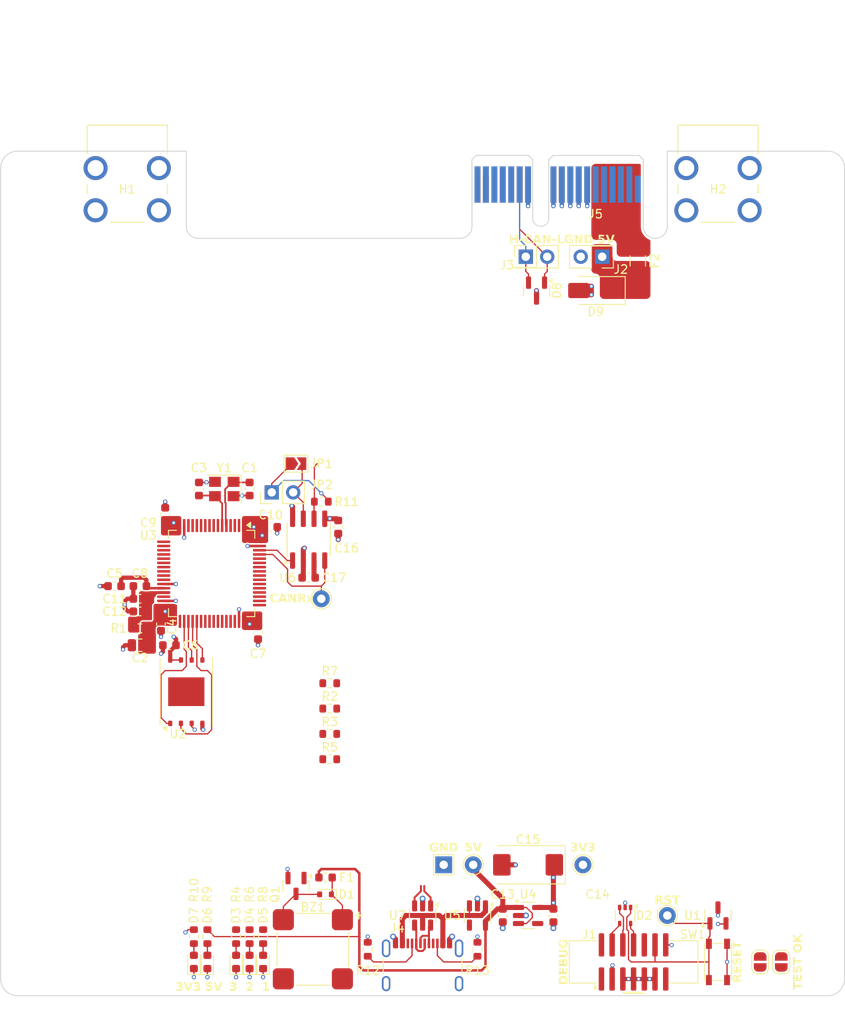
<source format=kicad_pcb>
(kicad_pcb (version 20241229) (generator "pcbnew") (generator_version "9.0")
  (title_block (title "template_pretty_name"))
  (layers (0 "F.Cu" signal) (4 "In1.Cu" signal) (6 "In2.Cu" signal) (2 "B.Cu" signal) (13 "F.Paste" user) (15 "B.Paste" user) (5 "F.SilkS" user "F.Silkscreen") (7 "B.SilkS" user "B.Silkscreen") (1 "F.Mask" user) (3 "B.Mask" user) (25 "Edge.Cuts" user))
  (net 0 "")
  (net 1 "GND")
  (net 2 "/Backplane connector, mounting/CANL")
  (net 3 "/Backplane connector, mounting/CANH")
  (net 4 "/Backplane connector, mounting/5V_prefuse")
  (net 5 "Net-(BZ1-+)")
  (net 6 "Net-(BZ1--)")
  (net 7 "/Microcontroller/OSC_IN")
  (net 8 "+3.3V")
  (net 9 "/Microcontroller/OSC_OUT")
  (net 10 "/Microcontroller/VREF")
  (net 11 "+3.3VA")
  (net 12 "+5V")
  (net 13 "/Microcontroller/~{Reset}")
  (net 14 "/Microcontroller/SWO")
  (net 15 "/Microcontroller/SWCLK")
  (net 16 "/Microcontroller/SWDIO")
  (net 17 "Net-(D3-A)")
  (net 18 "Net-(D4-A)")
  (net 19 "Net-(D5-A)")
  (net 20 "Net-(D6-A)")
  (net 21 "Net-(D7-A)")
  (net 25 "VBUS")
  (net 26 "/USB Connector/xUSB+")
  (net 27 "/USB Connector/xUSB-")
  (net 28 "/Backplane connector, mounting/CATS_IO1")
  (net 29 "/Backplane connector, mounting/CATS_IO2")
  (net 32 "/Microcontroller/Buzzer_PWM")
  (net 33 "/Microcontroller/I2C2.SDA")
  (net 34 "/Microcontroller/I2C2.SCL")
  (net 35 "/Microcontroller/I2C3.SDA")
  (net 36 "/Microcontroller/I2C3.SCL")
  (net 37 "/Microcontroller/LED3")
  (net 38 "/Microcontroller/LED2")
  (net 39 "/Microcontroller/LED1")
  (net 40 "/Microcontroller/USB+")
  (net 41 "/Microcontroller/UART3.Rx")
  (net 42 "/Microcontroller/UART1.Rx")
  (net 43 "/CAN Transceiver/CAN.Tx")
  (net 44 "/Microcontroller/UART1.Tx")
  (net 45 "/CAN Transceiver/CAN.Rx")
  (net 46 "/Microcontroller/SPI2.MISO")
  (net 47 "/Microcontroller/SPI2.SCK")
  (net 48 "/Microcontroller/SPI2.MOSI")
  (net 49 "/Microcontroller/USB-")
  (net 50 "/Microcontroller/UART3.Tx")
  (net 53 "/Microcontroller/SPI2.CS")
  (net 55 "Net-(J4-CC1)")
  (net 57 "Net-(J4-CC2)")
  (net 66 "/Backplane connector, mounting/Arming")
  (net 103 "Net-(JP1-A)")
  (footprint "Connector_PCBEdge:BUS_PCIexpress_x1" (layer "F.Cu") (at 175.5 53.95 180)
    (property "Reference" "J5")
    (property "Value" "EdgeConn_FC")
    (fp_line (start 19.65 2.95) (end 19.15 3.45) (stroke (width 0.1)) (layer "Edge.Cuts"))
    (fp_line (start 19.65 -4.95) (end 19.65 2.95) (stroke (width 0.1)) (layer "Edge.Cuts"))
    (fp_line (start 12.95 3.45) (end 19.15 3.45) (stroke (width 0.1)) (layer "Edge.Cuts"))
    (fp_line (start 12.45 2.95) (end 12.95 3.45) (stroke (width 0.1)) (layer "Edge.Cuts"))
    (fp_line (start 12.45 -4) (end 12.45 2.95) (stroke (width 0.1)) (layer "Edge.Cuts"))
    (fp_line (start 10.55 2.95) (end 10.05 3.45) (stroke (width 0.1)) (layer "Edge.Cuts"))
    (fp_line (start 10.55 -4) (end 10.55 2.95) (stroke (width 0.1)) (layer "Edge.Cuts"))
    (fp_line (start -0.15 3.45) (end 10.05 3.45) (stroke (width 0.1)) (layer "Edge.Cuts"))
    (fp_line (start -0.65 2.95) (end -0.15 3.45) (stroke (width 0.1)) (layer "Edge.Cuts"))
    (fp_line (start -0.65 -4.95) (end -0.65 2.95) (stroke (width 0.1)) (layer "Edge.Cuts"))
    (fp_arc (start 10.55 -4) (mid 11.5 -4.95) (end 12.45 -4) (stroke (width 0.1)) (layer "Edge.Cuts"))
  )
  (footprint "Resistor_SMD:R_0603_1608Metric" (layer "F.Cu") (at 139 113)
    (property "Reference" "R7")
    (property "Value" "2k2")
  )
  (footprint "Connector_PinHeader_2.54mm:PinHeader_2x01_P2.54mm_Vertical" (layer "F.Cu") (at 162.225 62.5)
    (property "Reference" "J3")
    (property "Value" "CAN")
  )
  (footprint "Crystal:Crystal_SMD_3225-4Pin_3.2x2.5mm" (layer "F.Cu") (at 126.5 90 180)
    (property "Reference" "Y1")
    (property "Value" "16MHz/8pF")
  )
  (footprint "Resistor_SMD:R_0603_1608Metric" (layer "F.Cu") (at 139 122)
    (property "Reference" "R5")
    (property "Value" "2k2")
  )
  (footprint "Package_TO_SOT_SMD:SOT-23-5" (layer "F.Cu") (at 162.5 140.5)
    (property "Reference" "U4")
    (property "Value" "AP2112K-3.3")
  )
  (footprint "Capacitor_SMD:C_0603_1608Metric" (layer "F.Cu") (at 130.5 107 -90)
    (property "Reference" "C7")
    (property "Value" "100n/50V")
  )
  (footprint "kicad-standard-lib:Mounting_Keystone_7790_NC" (layer "F.Cu") (at 185 54.5 -90)
    (property "Reference" "H2")
    (property "Value" "7790_NC")
  )
  (footprint "Resistor_SMD:R_0603_1608Metric" (layer "F.Cu") (at 116.5 106.5)
    (property "Reference" "R1")
    (property "Value" "0R")
  )
  (footprint "kicad-standard-lib:IDC-Header_2x07_P1.27mm_Vertical_SMD" (layer "F.Cu") (at 175 146 90)
    (property "Reference" "J1")
    (property "Value" "STDC-14 Debug")
  )
  (footprint "Package_TO_SOT_SMD:SOT-353_SC-70-5" (layer "F.Cu") (at 174 140.5 -90)
    (property "Reference" "D2")
    (property "Value" "82402374")
  )
  (footprint "Fuse:Fuse_1206_3216Metric" (layer "F.Cu") (at 175.5 63 90)
    (property "Reference" "F2")
    (property "Value" "1A/6V")
  )
  (footprint "Connector_PinHeader_2.54mm:PinHeader_1x02_P2.54mm_Vertical" (layer "F.Cu") (at 132.125 90.4 90)
    (property "Reference" "JP2")
    (property "Value" "DebugTermination")
  )
  (footprint "Connector_USB:USB_C_Receptacle_GCT_USB4105-xx-A_16P_TopMnt_Horizontal" (layer "F.Cu") (at 150 147.49)
    (property "Reference" "J4")
    (property "Value" "USB-C MCU")
  )
  (footprint "Jumper:SolderJumper-2_P1.3mm_Open_RoundedPad1.0x1.5mm" (layer "F.Cu") (at 192.5 146 90)
    (property "Reference" "JP3" (hide yes))
    (property "Value" "Test ok")
  )
  (footprint "Package_TO_SOT_SMD:SOT-23-6" (layer "F.Cu") (at 150 140.5 -90)
    (property "Reference" "U7")
    (property "Value" "USBLC6-2SC6")
  )
  (footprint "Resistor_SMD:R_0603_1608Metric" (layer "F.Cu") (at 139 116)
    (property "Reference" "R2")
    (property "Value" "2k2")
  )
  (footprint "Jumper:SolderJumper-2_P1.3mm_Open_RoundedPad1.0x1.5mm" (layer "F.Cu") (at 190 146 90)
    (property "Reference" "JP4" (hide yes))
    (property "Value" "TBD")
  )
  (footprint "Capacitor_SMD:C_0603_1608Metric" (layer "F.Cu") (at 136.5 100.5 180)
    (property "Reference" "C17")
    (property "Value" "100n/50V")
  )
  (footprint "Capacitor_SMD:C_0603_1608Metric" (layer "F.Cu") (at 113.5 101.5 180)
    (property "Reference" "C5")
    (property "Value" "1u/16V")
  )
  (footprint "Connector_PinHeader_2.54mm:PinHeader_2x01_P2.54mm_Vertical" (layer "F.Cu") (at 171.275 62.5 180)
    (property "Reference" "J2")
    (property "Value" "5V")
  )
  (footprint "LED_SMD:LED_0603_1608Metric" (layer "F.Cu") (at 131.1 146 90)
    (property "Reference" "D5")
    (property "Value" "Green")
  )
  (footprint "Diode_SMD:D_SOD-523" (layer "F.Cu") (at 138.5 138 180)
    (property "Reference" "D1")
    (property "Value" "10V")
  )
  (footprint "kicad-standard-lib:WSON-8-1EP_8x6mm_P1.27mm_EP3.4x4.3mm" (layer "F.Cu") (at 122 114 90)
    (property "Reference" "U2")
    (property "Value" "W25N512GVEIG")
  )
  (footprint "Diode_SMD:D_SMA" (layer "F.Cu") (at 170.5 66.5 180)
    (property "Reference" "D9")
    (property "Value" "5.0V")
  )
  (footprint "Resistor_SMD:R_0603_1608Metric" (layer "F.Cu") (at 122.9 143 -90)
    (property "Reference" "R10")
    (property "Value" "1k")
  )
  (footprint "Package_TO_SOT_SMD:SOT-23" (layer "F.Cu") (at 185 140.5 90)
    (property "Reference" "U1")
    (property "Value" "ADM1818")
  )
  (footprint "Capacitor_SMD:C_0603_1608Metric" (layer "F.Cu") (at 132 94.5)
    (property "Reference" "C10")
    (property "Value" "100n/50V")
  )
  (footprint "Resistor_SMD:R_0603_1608Metric" (layer "F.Cu") (at 131.1 143 -90)
    (property "Reference" "R8")
    (property "Value" "1k")
  )
  (footprint "Package_SO:SOIC-8_3.9x4.9mm_P1.27mm" (layer "F.Cu") (at 136.5 96 90)
    (property "Reference" "U6")
    (property "Value" "MCP2562-E-SN")
  )
  (footprint "Resistor_SMD:R_0603_1608Metric" (layer "F.Cu") (at 127.9 143 -90)
    (property "Reference" "R4")
    (property "Value" "1k")
  )
  (footprint "TestPoint:TestPoint_THTPad_2.0x2.0mm_Drill1.0mm" (layer "F.Cu") (at 152.5 134.5)
    (property "Reference" "TP5" (hide yes))
    (property "Value" "TestPoint")
  )
  (footprint "Capacitor_SMD:C_0805_2012Metric" (layer "F.Cu") (at 116.5 108.5 180)
    (property "Reference" "C2")
    (property "Value" "10u/10V")
  )
  (footprint "Package_TO_SOT_SMD:SOT-23" (layer "F.Cu") (at 135 137 -90)
    (property "Reference" "Q1")
    (property "Value" "2N7002")
  )
  (footprint "LED_SMD:LED_0603_1608Metric" (layer "F.Cu") (at 129.5 146 90)
    (property "Reference" "D4")
    (property "Value" "Yellow")
  )
  (footprint "TestPoint:TestPoint_THTPad_D2.0mm_Drill1.0mm" (layer "F.Cu") (at 156 134.5)
    (property "Reference" "TP4" (hide yes))
    (property "Value" "TestPoint")
  )
  (footprint "Capacitor_SMD:C_0603_1608Metric" (layer "F.Cu") (at 159.5 140.5 -90)
    (property "Reference" "C13")
    (property "Value" "1u/16V")
  )
  (footprint "kicad-standard-lib:Buzzer_CUI_CMT-8504-100-SMT-TR" (layer "F.Cu") (at 137 144.5 -90)
    (property "Reference" "BZ1")
    (property "Value" "Buzzer")
  )
  (footprint "Capacitor_SMD:C_0603_1608Metric" (layer "F.Cu") (at 140 94.5 -90)
    (property "Reference" "C16")
    (property "Value" "100n/50V")
  )
  (footprint "kicad-standard-lib:Mounting_Keystone_7790_NC" (layer "F.Cu") (at 115 54.5 -90)
    (property "Reference" "H1")
    (property "Value" "7790_NC")
  )
  (footprint "Resistor_SMD:R_0603_1608Metric" (layer "F.Cu") (at 129.5 143 -90)
    (property "Reference" "R6")
    (property "Value" "1k")
  )
  (footprint "Resistor_SMD:R_0603_1608Metric" (layer "F.Cu") (at 139 119)
    (property "Reference" "R3")
    (property "Value" "2k2")
  )
  (footprint "Package_TO_SOT_SMD:SOT-23-5" (layer "F.Cu") (at 156.5 140.5 -90)
    (property "Reference" "U5")
    (property "Value" "MAX40200AUK")
  )
  (footprint "Capacitor_Tantalum_SMD:CP_EIA-7343-20_Kemet-V" (layer "F.Cu") (at 162.5 134.5 180)
    (property "Reference" "C15")
    (property "Value" "100u/6.3V")
  )
  (footprint "Capacitor_SMD:C_0603_1608Metric" (layer "F.Cu") (at 119.5 93 90)
    (property "Reference" "C9")
    (property "Value" "100n/50V")
  )
  (footprint "LED_SMD:LED_0603_1608Metric" (layer "F.Cu") (at 124.5 146 90)
    (property "Reference" "D6")
    (property "Value" "Red")
  )
  (footprint "kicad-standard-lib:SW_Push_Wuerth_434123025826" (layer "F.Cu") (at 185 146 -90)
    (property "Reference" "SW1")
    (property "Value" "Reset")
  )
  (footprint "Jumper:SolderJumper-2_P1.3mm_Open_TrianglePad1.0x1.5mm" (layer "F.Cu") (at 135 87)
    (property "Reference" "JP1")
    (property "Value" "Termination")
  )
  (footprint "Resistor_SMD:R_0603_1608Metric" (layer "F.Cu") (at 156.5 144.5 -90)
    (property "Reference" "R13")
    (property "Value" "5k1")
  )
  (footprint "LED_SMD:LED_0603_1608Metric" (layer "F.Cu") (at 127.9 146 90)
    (property "Reference" "D3")
    (property "Value" "Red")
  )
  (footprint "Package_TO_SOT_SMD:SOT-23" (layer "F.Cu") (at 163.5 66.5 -90)
    (property "Reference" "D8")
    (property "Value" "824094024")
  )
  (footprint "Capacitor_SMD:C_0603_1608Metric" (layer "F.Cu") (at 165.5 140.5 -90)
    (property "Reference" "C14")
    (property "Value" "1u/16V")
  )
  (footprint "Fuse:Fuse_0603_1608Metric" (layer "F.Cu") (at 138.5 136)
    (property "Reference" "F1")
    (property "Value" "250mA/9V")
  )
  (footprint "Capacitor_SMD:C_0603_1608Metric" (layer "F.Cu") (at 116.5 101.5 180)
    (property "Reference" "C8")
    (property "Value" "100n/50V")
  )
  (footprint "Capacitor_SMD:C_0603_1608Metric" (layer "F.Cu") (at 116.5 104.5 180)
    (property "Reference" "C12")
    (property "Value" "1u/16V")
  )
  (footprint "TestPoint:TestPoint_THTPad_D2.0mm_Drill1.0mm" (layer "F.Cu") (at 169 134.5)
    (property "Reference" "TP3" (hide yes))
    (property "Value" "TestPoint")
  )
  (footprint "Capacitor_SMD:C_0603_1608Metric" (layer "F.Cu") (at 120 108.5 180)
    (property "Reference" "C6")
    (property "Value" "100n/50V")
  )
  (footprint "Resistor_SMD:R_0603_1608Metric" (layer "F.Cu") (at 138 91.5)
    (property "Reference" "R11")
    (property "Value" "120R")
  )
  (footprint "Capacitor_SMD:C_0603_1608Metric" (layer "F.Cu") (at 123.5 90 90)
    (property "Reference" "C3")
    (property "Value" "10p/50V")
  )
  (footprint "Capacitor_SMD:C_0603_1608Metric" (layer "F.Cu") (at 129.5 90 -90)
    (property "Reference" "C1")
    (property "Value" "10p/50V")
  )
  (footprint "Capacitor_SMD:C_0603_1608Metric" (layer "F.Cu") (at 119 106 -90)
    (property "Reference" "C4")
    (property "Value" "100n/50V")
  )
  (footprint "TestPoint:TestPoint_THTPad_D2.0mm_Drill1.0mm" (layer "F.Cu") (at 179 140.5)
    (property "Reference" "TP2" (hide yes))
    (property "Value" "TestPoint")
  )
  (footprint "Resistor_SMD:R_0603_1608Metric" (layer "F.Cu") (at 124.5 143 -90)
    (property "Reference" "R9")
    (property "Value" "1k")
  )
  (footprint "TestPoint:TestPoint_THTPad_D2.0mm_Drill1.0mm" (layer "F.Cu") (at 138 103 180)
    (property "Reference" "TP6" (hide yes))
    (property "Value" "TestPoint")
  )
  (footprint "Capacitor_SMD:C_0603_1608Metric" (layer "F.Cu") (at 116.5 103 180)
    (property "Reference" "C11")
    (property "Value" "10n/50V")
  )
  (footprint "Package_QFP:LQFP-64_10x10mm_P0.5mm" (layer "F.Cu") (at 125 100 -90)
    (property "Reference" "U3")
    (property "Value" "STM32G473RCTx")
  )
  (footprint "Resistor_SMD:R_0603_1608Metric" (layer "F.Cu") (at 143.5 144.5 -90)
    (property "Reference" "R12")
    (property "Value" "5k1")
  )
  (footprint "LED_SMD:LED_0603_1608Metric" (layer "F.Cu") (at 122.9 146 90)
    (property "Reference" "D7")
    (property "Value" "Red")
  )
  (gr_line (start 179 58.9) (end 179 50) (stroke (width 0.1)) (layer "Edge.Cuts"))
  (gr_line (start 102 50) (end 122 50) (stroke (width 0.1)) (layer "Edge.Cuts"))
  (gr_line (start 179 50) (end 198 50) (stroke (width 0.1)) (layer "Edge.Cuts"))
  (gr_line (start 100 148) (end 100 52) (stroke (width 0.1)) (layer "Edge.Cuts"))
  (gr_arc (start 179 58.9) (mid 177.575 60.325) (end 176.15 58.9) (stroke (width 0.1)) (layer "Edge.Cuts"))
  (gr_arc (start 123.425 60.325) (mid 122.417373 59.907627) (end 122 58.9) (stroke (width 0.1)) (layer "Edge.Cuts"))
  (gr_line (start 198 150) (end 102 150) (stroke (width 0.1)) (layer "Edge.Cuts"))
  (gr_arc (start 155.85 58.9) (mid 155.432627 59.907627) (end 154.425 60.325) (stroke (width 0.1)) (layer "Edge.Cuts"))
  (gr_arc (start 102 150) (mid 100.585786 149.414214) (end 100 148) (stroke (width 0.1)) (layer "Edge.Cuts"))
  (gr_line (start 122 58.9) (end 122 50) (stroke (width 0.1)) (layer "Edge.Cuts"))
  (gr_arc (start 200 148) (mid 199.414214 149.414214) (end 198 150) (stroke (width 0.1)) (layer "Edge.Cuts"))
  (gr_arc (start 100 52) (mid 100.585786 50.585786) (end 102 50) (stroke (width 0.1)) (layer "Edge.Cuts"))
  (gr_line (start 154.425 60.325) (end 123.425 60.325) (stroke (width 0.1)) (layer "Edge.Cuts"))
  (gr_line (start 200 52) (end 200 148) (stroke (width 0.1)) (layer "Edge.Cuts"))
  (gr_arc (start 198 50) (mid 199.414214 50.585786) (end 200 52) (stroke (width 0.1)) (layer "Edge.Cuts"))
  (gr_text "RESET" (at 187.35 146 90) (layer "F.SilkS") (effects (font (size 1 1) (thickness 0.2) (bold yes))))
  (gr_text "TEST OK" (at 194.5 146 90) (layer "F.SilkS") (effects (font (size 1 1) (thickness 0.2) (bold yes))))
  (gr_text "CANRx" (at 134.5 103 0) (layer "F.SilkS") (effects (font (size 1 1) (thickness 0.2) (bold yes))))
  (gr_text "3V3" (at 169 132.5 0) (layer "F.SilkS") (effects (font (size 1 1) (thickness 0.2) (bold yes))))
  (gr_text "H-CAN-L" (at 163.5 60.5 0) (layer "F.SilkS") (effects (font (size 1 1) (thickness 0.2) (bold yes))))
  (gr_text "RST" (at 179 138.75 0) (layer "F.SilkS") (effects (font (size 1 1) (thickness 0.2) (bold yes))))
  (gr_text "3V3 5V" (at 123.5 149 0) (layer "F.SilkS") (effects (font (size 1 1) (thickness 0.2) (bold yes))))
  (gr_text "5V" (at 156 132.5 0) (layer "F.SilkS") (effects (font (size 1 1) (thickness 0.2) (bold yes))))
  (gr_text "GND 5V " (at 170 60.5 0) (layer "F.SilkS") (effects (font (size 1 1) (thickness 0.2) (bold yes))))
  (gr_text "GND" (at 152.5 132.5 0) (layer "F.SilkS") (effects (font (size 1 1) (thickness 0.2) (bold yes))))
  (gr_text "DEBUG" (at 166.75 146 90) (layer "F.SilkS") (effects (font (size 1 1) (thickness 0.2) (bold yes))))
  (gr_text "3  2  1" (at 129.5 149 0) (layer "F.SilkS") (effects (font (size 1 1) (thickness 0.2) (bold yes))))
  (segment (start 159.3875 134.5) (end 161 134.5) (width 0.6) (layer "F.Cu") (net 1))
  (segment (start 128.6 90.775) (end 127.675 90.775) (width 0.2) (layer "F.Cu") (net 1))
  (segment (start 153.2 143.3) (end 153.5 143) (width 0.6) (layer "F.Cu") (net 1))
  (segment (start 115.55 108.5) (end 114.75 108.5) (width 0.5) (layer "F.Cu") (net 1))
  (segment (start 123.905 117.75) (end 123.905 118.405) (width 0.5) (layer "F.Cu") (net 1))
  (segment (start 168.5 56.5) (end 168.5 53.95) (width 0.5) (layer "F.Cu") (net 1))
  (segment (start 124.4 89.2) (end 124.425 89.225) (width 0.2) (layer "F.Cu") (net 1))
  (segment (start 162.5 56.5) (end 162.5 53.95) (width 0.5) (layer "F.Cu") (net 1))
  (segment (start 146.8 143.3) (end 146.5 143) (width 0.6) (layer "F.Cu") (net 1))
  (segment (start 134.595 92.095) (end 134.5 92) (width 0.6) (layer "F.Cu") (net 1))
  (segment (start 153.2 143.81) (end 153.2 143.3) (width 0.6) (layer "F.Cu") (net 1))
  (segment (start 170 66) (end 169 66) (width 0.6) (layer "F.Cu") (net 1))
  (segment (start 146.8 143.81) (end 146.8 143.3) (width 0.6) (layer "F.Cu") (net 1))
  (segment (start 114.75 108.5) (end 114.5 108.75) (width 0.5) (layer "F.Cu") (net 1))
  (segment (start 135.865 97.135) (end 136 97) (width 0.6) (layer "F.Cu") (net 1))
  (segment (start 119.325 101.25) (end 120.75 101.25) (width 0.3) (layer "F.Cu") (net 1))
  (segment (start 112.725 101.5) (end 111.75 101.5) (width 0.5) (layer "F.Cu") (net 1))
  (segment (start 125.325 89.225) (end 125.4 89.15) (width 0.2) (layer "F.Cu") (net 1))
  (segment (start 167.5 56.5) (end 167.5 53.95) (width 0.5) (layer "F.Cu") (net 1))
  (segment (start 119.225 108.5) (end 119.225 109.275) (width 0.5) (layer "F.Cu") (net 1))
  (segment (start 169 67) (end 168.5 66.5) (width 0.6) (layer "F.Cu") (net 1))
  (segment (start 135.865 100.36) (end 135.725 100.5) (width 0.6) (layer "F.Cu") (net 1))
  (segment (start 170 67) (end 169 67) (width 0.6) (layer "F.Cu") (net 1))
  (segment (start 123.5 89.225) (end 124.375 89.225) (width 0.2) (layer "F.Cu") (net 1))
  (segment (start 119.5 92.225) (end 119.5 91.5) (width 0.5) (layer "F.Cu") (net 1))
  (segment (start 163.5 67.5625) (end 163.5 66.5) (width 0.6) (layer "F.Cu") (net 1))
  (segment (start 186.075 143.85) (end 186.075 146) (width 0.15) (layer "F.Cu") (net 1))
  (segment (start 123.905 118.405) (end 124 118.5) (width 0.5) (layer "F.Cu") (net 1))
  (segment (start 114.7 104.1) (end 115.1 104.5) (width 0.5) (layer "F.Cu") (net 1))
  (segment (start 124.5 146.7875) (end 124.5 147.8) (width 0.15) (layer "F.Cu") (net 1))
  (segment (start 129.5 146.7875) (end 129.5 147.8) (width 0.15) (layer "F.Cu") (net 1))
  (segment (start 179.48 143.98) (end 179.5 144) (width 0.15) (layer "F.Cu") (net 1))
  (segment (start 132.775 94.5) (end 132.775 95.225) (width 0.5) (layer "F.Cu") (net 1))
  (segment (start 143.5 143.675) (end 143.5 143) (width 0.15) (layer "F.Cu") (net 1))
  (segment (start 134.05 136.0625) (end 134.05 135.05) (width 0.15) (layer "F.Cu") (net 1))
  (segment (start 176.9 148.02) (end 175.6 148.02) (width 0.5) (layer "F.Cu") (net 1))
  (segment (start 124.375 89.225) (end 124.4 89.2) (width 0.2) (layer "F.Cu") (net 1))
  (segment (start 156.5 143.675) (end 156.5 143) (width 0.15) (layer "F.Cu") (net 1))
  (segment (start 174 139.55) (end 174 139) (width 0.3) (layer "F.Cu") (net 1))
  (segment (start 150 139.3625) (end 150 138.5) (width 0.6) (layer "F.Cu") (net 1))
  (segment (start 186.075 146) (end 186.075 148.15) (width 0.15) (layer "F.Cu") (net 1))
  (segment (start 124.425 89.225) (end 125.325 89.225) (width 0.2) (layer "F.Cu") (net 1))
  (segment (start 121.75 94.325) (end 121.75 95.75) (width 0.3) (layer "F.Cu") (net 1))
  (segment (start 178.81 143.98) (end 179.48 143.98) (width 0.15) (layer "F.Cu") (net 1))
  (segment (start 128.25 105.675) (end 128.25 104.25) (width 0.3) (layer "F.Cu") (net 1))
  (segment (start 169 66) (end 168.5 66.5) (width 0.6) (layer "F.Cu") (net 1))
  (segment (start 115 103) (end 115.725 103) (width 0.5) (layer "F.Cu") (net 1))
  (segment (start 127.9 146.7875) (end 127.9 147.8) (width 0.15) (layer "F.Cu") (net 1))
  (segment (start 135.865 98.475) (end 135.865 97.135) (width 0.6) (layer "F.Cu") (net 1))
  (segment (start 130.5 107.775) (end 130.5 108.5) (width 0.5) (layer "F.Cu") (net 1))
  (segment (start 159.5 141.275) (end 159.5 142) (width 0.6) (layer "F.Cu") (net 1))
  (segment (start 115.725 101.5) (end 115.725 103) (width 0.5) (layer "F.Cu") (net 1))
  (segment (start 134.595 93.525) (end 134.595 92.095) (width 0.6) (layer "F.Cu") (net 1))
  (segment (start 156.5 139.3625) (end 156.5 138.5) (width 0.6) (layer "F.Cu") (net 1))
  (segment (start 165.5 141.275) (end 165.5 142) (width 0.6) (layer "F.Cu") (net 1))
  (segment (start 140 95.275) (end 140 96) (width 0.6) (layer "F.Cu") (net 1))
  (segment (start 128.6 90.775) (end 129.5 90.775) (width 0.2) (layer "F.Cu") (net 1))
  (segment (start 134.05 135.05) (end 134 135) (width 0.15) (layer "F.Cu") (net 1))
  (segment (start 130.675 96.75) (end 129.25 96.75) (width 0.3) (layer "F.Cu") (net 1))
  (segment (start 131.1 146.7875) (end 131.1 147.8) (width 0.15) (layer "F.Cu") (net 1))
  (segment (start 127.675 90.775) (end 127.6 90.85) (width 0.2) (layer "F.Cu") (net 1))
  (segment (start 135.865 98.475) (end 135.865 100.36) (width 0.6) (layer "F.Cu") (net 1))
  (segment (start 165.5 56.5) (end 165.5 53.95) (width 0.5) (layer "F.Cu") (net 1))
  (segment (start 122.9 146.7875) (end 122.9 147.8) (width 0.15) (layer "F.Cu") (net 1))
  (segment (start 161.3625 140.5) (end 162.25 140.5) (width 0.6) (layer "F.Cu") (net 1))
  (segment (start 177.54 148.02) (end 176.9 148.02) (width 0.5) (layer "F.Cu") (net 1))
  (segment (start 174.4 148.02) (end 173.73 148.02) (width 0.5) (layer "F.Cu") (net 1))
  (segment (start 170 67) (end 170 66) (width 0.6) (layer "F.Cu") (net 1))
  (segment (start 185 139.5625) (end 185 140.5) (width 0.15) (layer "F.Cu") (net 1))
  (segment (start 114.7 103.7) (end 114.7 103.3) (width 0.5) (layer "F.Cu") (net 1))
  (segment (start 119.225 109.275) (end 119 109.5) (width 0.5) (layer "F.Cu") (net 1))
  (segment (start 169.5 56.5) (end 169.5 53.95) (width 0.5) (layer "F.Cu") (net 1))
  (segment (start 119.325 103.25) (end 120.75 103.25) (width 0.3) (layer "F.Cu") (net 1))
  (segment (start 132.775 95.225) (end 132.75 95.25) (width 0.5) (layer "F.Cu") (net 1))
  (segment (start 114.5 108.75) (end 114.5 109) (width 0.5) (layer "F.Cu") (net 1))
  (segment (start 115.1 104.5) (end 115.725 104.5) (width 0.5) (layer "F.Cu") (net 1))
  (segment (start 114.7 103.7) (end 114.7 104.1) (width 0.5) (layer "F.Cu") (net 1))
  (segment (start 175.6 148.02) (end 174.4 148.02) (width 0.5) (layer "F.Cu") (net 1))
  (segment (start 166.5 56.5) (end 166.5 53.95) (width 0.5) (layer "F.Cu") (net 1))
  (segment (start 114.7 103.3) (end 115 103) (width 0.5) (layer "F.Cu") (net 1))
  (segment (start 119 106.775) (end 119 107.5) (width 0.5) (layer "F.Cu") (net 1))
  (via (at 146.5 143) (size 0.7) (drill 0.4) (layers "F.Cu" "B.Cu") (net 1))
  (via (at 136 97) (size 0.5) (drill 0.3) (layers "F.Cu" "B.Cu") (net 1))
  (via (at 169.5 56.5) (size 0.5) (drill 0.3) (layers "F.Cu" "B.Cu") (net 1))
  (via (at 124 118.5) (size 0.5) (drill 0.3) (layers "F.Cu" "B.Cu") (net 1))
  (via (at 159.5 142) (size 0.7) (drill 0.4) (layers "F.Cu" "B.Cu") (net 1))
  (via (at 124.4 89.2) (size 0.5) (drill 0.3) (layers "F.Cu" "B.Cu") (net 1))
  (via (at 120.75 101.25) (size 0.5) (drill 0.3) (layers "F.Cu" "B.Cu") (net 1))
  (via (at 128.6 90.775) (size 0.5) (drill 0.3) (layers "F.Cu" "B.Cu") (net 1))
  (via (at 167.5 56.5) (size 0.5) (drill 0.3) (layers "F.Cu" "B.Cu") (net 1))
  (via (at 175.6 148.02) (size 0.5) (drill 0.3) (layers "F.Cu" "B.Cu") (net 1))
  (via (at 156.5 138.5) (size 0.7) (drill 0.4) (layers "F.Cu" "B.Cu") (net 1))
  (via (at 185 140.5) (size 0.5) (drill 0.3) (layers "F.Cu" "B.Cu") (net 1))
  (via (at 134 135) (size 0.5) (drill 0.3) (layers "F.Cu" "B.Cu") (net 1))
  (via (at 156.5 143) (size 0.5) (drill 0.3) (layers "F.Cu" "B.Cu") (net 1))
  (via (at 166.5 56.5) (size 0.5) (drill 0.3) (layers "F.Cu" "B.Cu") (net 1))
  (via (at 131.1 147.8) (size 0.5) (drill 0.3) (layers "F.Cu" "B.Cu") (net 1))
  (via (at 150 138.5) (size 0.7) (drill 0.4) (layers "F.Cu" "B.Cu") (net 1))
  (via (at 140 96) (size 0.5) (drill 0.3) (layers "F.Cu" "B.Cu") (net 1))
  (via (at 119 109.5) (size 0.5) (drill 0.3) (layers "F.Cu" "B.Cu") (net 1))
  (via (at 165.5 142) (size 0.7) (drill 0.4) (layers "F.Cu" "B.Cu") (net 1))
  (via (at 165.5 56.5) (size 0.5) (drill 0.3) (layers "F.Cu" "B.Cu") (net 1))
  (via (at 122.9 147.8) (size 0.5) (drill 0.3) (layers "F.Cu" "B.Cu") (net 1))
  (via (at 162.25 140.5) (size 0.7) (drill 0.4) (layers "F.Cu" "B.Cu") (net 1))
  (via (at 162.5 56.5) (size 0.5) (drill 0.3) (layers "F.Cu" "B.Cu") (net 1))
  (via (at 170 66) (size 0.5) (drill 0.3) (layers "F.Cu" "B.Cu") (net 1))
  (via (at 132.75 95.25) (size 0.5) (drill 0.3) (layers "F.Cu" "B.Cu") (net 1))
  (via (at 179.5 144) (size 0.5) (drill 0.3) (layers "F.Cu" "B.Cu") (net 1))
  (via (at 174 139) (size 0.5) (drill 0.3) (layers "F.Cu" "B.Cu") (net 1))
  (via (at 114.5 109) (size 0.5) (drill 0.3) (layers "F.Cu" "B.Cu") (net 1))
  (via (at 170 67) (size 0.5) (drill 0.3) (layers "F.Cu" "B.Cu") (net 1))
  (via (at 153.5 143) (size 0.7) (drill 0.4) (layers "F.Cu" "B.Cu") (net 1))
  (via (at 120.75 103.25) (size 0.5) (drill 0.3) (layers "F.Cu" "B.Cu") (net 1))
  (via (at 143.5 143) (size 0.5) (drill 0.3) (layers "F.Cu" "B.Cu") (net 1))
  (via (at 124.5 147.8) (size 0.5) (drill 0.3) (layers "F.Cu" "B.Cu") (net 1))
  (via (at 119 107.5) (size 0.5) (drill 0.3) (layers "F.Cu" "B.Cu") (net 1))
  (via (at 161 134.5) (size 0.5) (drill 0.3) (layers "F.Cu" "B.Cu") (net 1))
  (via (at 168.5 56.5) (size 0.5) (drill 0.3) (layers "F.Cu" "B.Cu") (net 1))
  (via (at 128.25 104.25) (size 0.5) (drill 0.3) (layers "F.Cu" "B.Cu") (net 1))
  (via (at 174.4 148.02) (size 0.5) (drill 0.3) (layers "F.Cu" "B.Cu") (net 1))
  (via (at 119.5 91.5) (size 0.5) (drill 0.3) (layers "F.Cu" "B.Cu") (net 1))
  (via (at 127.9 147.8) (size 0.5) (drill 0.3) (layers "F.Cu" "B.Cu") (net 1))
  (via (at 114.7 103.7) (size 0.5) (drill 0.3) (layers "F.Cu" "B.Cu") (net 1))
  (via (at 129.25 96.75) (size 0.5) (drill 0.3) (layers "F.Cu" "B.Cu") (net 1))
  (via (at 129.5 147.8) (size 0.5) (drill 0.3) (layers "F.Cu" "B.Cu") (net 1))
  (via (at 111.75 101.5) (size 0.5) (drill 0.3) (layers "F.Cu" "B.Cu") (net 1))
  (via (at 176.9 148.02) (size 0.5) (drill 0.3) (layers "F.Cu" "B.Cu") (net 1))
  (via (at 163.5 66.5) (size 0.5) (drill 0.3) (layers "F.Cu" "B.Cu") (net 1))
  (via (at 186.075 146) (size 0.5) (drill 0.3) (layers "F.Cu" "B.Cu") (net 1))
  (via (at 134.5 92) (size 0.5) (drill 0.3) (layers "F.Cu" "B.Cu") (net 1))
  (via (at 121.75 95.75) (size 0.5) (drill 0.3) (layers "F.Cu" "B.Cu") (net 1))
  (via (at 130.5 108.5) (size 0.5) (drill 0.3) (layers "F.Cu" "B.Cu") (net 1))
  (segment (start 165.5 53.95) (end 165.5 56.5) (width 0.5) (layer "B.Cu") (net 1))
  (segment (start 169.5 53.95) (end 169.5 56.5) (width 0.5) (layer "B.Cu") (net 1))
  (segment (start 162.5 53.95) (end 162.5 56.5) (width 0.5) (layer "B.Cu") (net 1))
  (segment (start 167.5 53.95) (end 167.5 56.5) (width 0.5) (layer "B.Cu") (net 1))
  (segment (start 168.5 53.95) (end 168.5 56.5) (width 0.5) (layer "B.Cu") (net 1))
  (segment (start 166.5 53.95) (end 166.5 56.5) (width 0.5) (layer "B.Cu") (net 1))
  (segment (start 164.45 64.55) (end 164.45 65.5625) (width 0.15) (layer "F.Cu") (net 2))
  (segment (start 137.135 93.525) (end 137.135 91.54) (width 0.15) (layer "F.Cu") (net 2))
  (segment (start 161.5 59.235) (end 164.765 62.5) (width 0.15) (layer "F.Cu") (net 2))
  (segment (start 137.175 87.325) (end 137.5 87) (width 0.15) (layer "F.Cu") (net 2))
  (segment (start 161.5 53.95) (end 161.5 59.235) (width 0.15) (layer "F.Cu") (net 2))
  (segment (start 164.765 64.235) (end 164.45 64.55) (width 0.15) (layer "F.Cu") (net 2))
  (segment (start 164.765 62.5) (end 164.765 64.235) (width 0.15) (layer "F.Cu") (net 2))
  (segment (start 137.135 91.54) (end 137.175 91.5) (width 0.15) (layer "F.Cu") (net 2))
  (segment (start 137.175 91.5) (end 137.175 87.325) (width 0.15) (layer "F.Cu") (net 2))
  (segment (start 135.865 93.525) (end 135.865 91.6) (width 0.15) (layer "F.Cu") (net 3))
  (segment (start 135.725 87) (end 135.725 89.34) (width 0.15) (layer "F.Cu") (net 3))
  (segment (start 135.725 89.34) (end 134.665 90.4) (width 0.15) (layer "F.Cu") (net 3))
  (segment (start 162.225 64.225) (end 162.55 64.55) (width 0.15) (layer "F.Cu") (net 3))
  (segment (start 135.865 91.6) (end 134.665 90.4) (width 0.15) (layer "F.Cu") (net 3))
  (segment (start 162.55 64.55) (end 162.55 65.5625) (width 0.15) (layer "F.Cu") (net 3))
  (segment (start 162.225 62.5) (end 162.225 64.225) (width 0.15) (layer "F.Cu") (net 3))
  (segment (start 162.225 61.225) (end 162.225 62.5) (width 0.15) (layer "B.Cu") (net 3))
  (segment (start 161.5 60.5) (end 162.225 61.225) (width 0.15) (layer "B.Cu") (net 3))
  (segment (start 161.5 53.95) (end 161.5 60.5) (width 0.15) (layer "B.Cu") (net 3))
  (segment (start 139.2875 137.9125) (end 139.2 138) (width 0.15) (layer "F.Cu") (net 5))
  (segment (start 140.5 139.3) (end 139.2 138) (width 0.15) (layer "F.Cu") (net 5))
  (segment (start 140.5 141) (end 140.5 139.3) (width 0.15) (layer "F.Cu") (net 5))
  (segment (start 139.2875 136) (end 139.2875 137.9125) (width 0.15) (layer "F.Cu") (net 5))
  (segment (start 135.0625 138) (end 135 137.9375) (width 0.15) (layer "F.Cu") (net 6))
  (segment (start 133.5 139.4375) (end 133.5 141) (width 0.15) (layer "F.Cu") (net 6))
  (segment (start 133.5 139.4375) (end 135 137.9375) (width 0.15) (layer "F.Cu") (net 6))
  (segment (start 137.8 138) (end 135.0625 138) (width 0.15) (layer "F.Cu") (net 6))
  (segment (start 129.5 89.225) (end 127.675 89.225) (width 0.2) (layer "F.Cu") (net 7))
  (segment (start 126.675 91.675) (end 126.6 91.6) (width 0.2) (layer "F.Cu") (net 7))
  (segment (start 127.475 89.15) (end 127.6 89.15) (width 0.2) (layer "F.Cu") (net 7))
  (segment (start 127.675 89.225) (end 127.6 89.15) (width 0.2) (layer "F.Cu") (net 7))
  (segment (start 126.6 91.6) (end 126.6 90.025) (width 0.2) (layer "F.Cu") (net 7))
  (segment (start 126.75 94.325) (end 126.675 94.25) (width 0.2) (layer "F.Cu") (net 7))
  (segment (start 126.6 90.025) (end 127.475 89.15) (width 0.2) (layer "F.Cu") (net 7))
  (segment (start 126.675 94.25) (end 126.675 91.675) (width 0.2) (layer "F.Cu") (net 7))
  (segment (start 120.095 110.25) (end 120.095 109.18) (width 0.5) (layer "F.Cu") (net 8))
  (segment (start 138.405 93.525) (end 138.975 93.525) (width 0.6) (layer "F.Cu") (net 8))
  (segment (start 120.775 108.5) (end 120.775 107.775) (width 0.5) (layer "F.Cu") (net 8))
  (segment (start 163.6375 139.55) (end 165.325 139.55) (width 0.6) (layer "F.Cu") (net 8))
  (segment (start 120.095 109.18) (end 120.775 108.5) (width 0.5) (layer "F.Cu") (net 8))
  (segment (start 121.365 110.25) (end 120.095 110.25) (width 0.15) (layer "F.Cu") (net 8))
  (segment (start 185.8875 141.5) (end 185 141.5) (width 0.15) (layer "F.Cu") (net 8))
  (segment (start 172.46 148.02) (end 172.46 146.44) (width 0.3) (layer "F.Cu") (net 8))
  (segment (start 120.775 107.775) (end 120.5 107.5) (width 0.5) (layer "F.Cu") (net 8))
  (segment (start 165.5 136) (end 165.5 134.6125) (width 0.6) (layer "F.Cu") (net 8))
  (segment (start 165.5 139) (end 165.5 136) (width 0.6) (layer "F.Cu") (net 8))
  (segment (start 165.325 139.55) (end 165.5 139.725) (width 0.6) (layer "F.Cu") (net 8))
  (segment (start 139.8 93.525) (end 140 93.725) (width 0.6) (layer "F.Cu") (net 8))
  (segment (start 138.975 93.525) (end 139 93.5) (width 0.6) (layer "F.Cu") (net 8))
  (segment (start 122.635 118.135) (end 123 118.5) (width 0.15) (layer "F.Cu") (net 8))
  (segment (start 139 93.5) (end 139.025 93.525) (width 0.6) (layer "F.Cu") (net 8))
  (segment (start 185.95 141.4375) (end 185.8875 141.5) (width 0.15) (layer "F.Cu") (net 8))
  (segment (start 122.225 142.175) (end 121.9 142.5) (width 0.15) (layer "F.Cu") (net 8))
  (segment (start 122.9 142.175) (end 122.225 142.175) (width 0.15) (layer "F.Cu") (net 8))
  (segment (start 165.5 134.6125) (end 165.6125 134.5) (width 0.6) (layer "F.Cu") (net 8))
  (segment (start 172.46 146.44) (end 172.5 146.4) (width 0.3) (layer "F.Cu") (net 8))
  (segment (start 139.025 93.525) (end 139.8 93.525) (width 0.6) (layer "F.Cu") (net 8))
  (segment (start 165.5 139.725) (end 165.5 139) (width 0.6) (layer "F.Cu") (net 8))
  (segment (start 122.635 117.75) (end 122.635 118.135) (width 0.15) (layer "F.Cu") (net 8))
  (via (at 121.9 142.5) (size 0.5) (drill 0.3) (layers "F.Cu" "B.Cu") (net 8))
  (via (at 129.5 106) (size 0.5) (drill 0.3) (layers "F.Cu" "B.Cu") (net 8))
  (via (at 165.5 136) (size 0.5) (drill 0.3) (layers "F.Cu" "B.Cu") (net 8))
  (via (at 139 93.5) (size 0.5) (drill 0.3) (layers "F.Cu" "B.Cu") (net 8))
  (via (at 130 94.5) (size 0.5) (drill 0.3) (layers "F.Cu" "B.Cu") (net 8))
  (via (at 172.5 146.4) (size 0.5) (drill 0.3) (layers "F.Cu" "B.Cu") (net 8))
  (via (at 123 118.5) (size 0.5) (drill 0.3) (layers "F.Cu" "B.Cu") (net 8))
  (via (at 185 141.5) (size 0.5) (drill 0.3) (layers "F.Cu" "B.Cu") (net 8))
  (via (at 120.5 107.5) (size 0.5) (drill 0.3) (layers "F.Cu" "B.Cu") (net 8))
  (via (at 120.5 94) (size 0.5) (drill 0.3) (layers "F.Cu" "B.Cu") (net 8))
  (via (at 165.5 139) (size 0.5) (drill 0.3) (layers "F.Cu" "B.Cu") (net 8))
  (via (at 119.5 104.5) (size 0.5) (drill 0.3) (layers "F.Cu" "B.Cu") (net 8))
  (via (at 131 95.5) (size 0.5) (drill 0.3) (layers "F.Cu" "B.Cu") (net 8))
  (segment (start 126.25 91.7) (end 125.4 90.85) (width 0.2) (layer "F.Cu") (net 9))
  (segment (start 125.325 90.775) (end 125.4 90.85) (width 0.2) (layer "F.Cu") (net 9))
  (segment (start 123.5 90.775) (end 125.325 90.775) (width 0.2) (layer "F.Cu") (net 9))
  (segment (start 126.25 94.325) (end 126.25 91.7) (width 0.2) (layer "F.Cu") (net 9))
  (segment (start 114.5 100.5) (end 114.275 100.725) (width 0.5) (layer "F.Cu") (net 10))
  (segment (start 119.325 101.75) (end 117.525 101.75) (width 0.3) (layer "F.Cu") (net 10))
  (segment (start 114.275 100.725) (end 114.275 101.5) (width 0.5) (layer "F.Cu") (net 10))
  (segment (start 117.525 101.75) (end 117.275 101.5) (width 0.3) (layer "F.Cu") (net 10))
  (segment (start 117.275 101.5) (end 117.275 100.775) (width 0.5) (layer "F.Cu") (net 10))
  (segment (start 117.275 100.775) (end 117 100.5) (width 0.5) (layer "F.Cu") (net 10))
  (segment (start 114.5 100.5) (end 117 100.5) (width 0.5) (layer "F.Cu") (net 10))
  (segment (start 138 135) (end 137.7125 135.2875) (width 0.3) (layer "F.Cu") (net 12))
  (segment (start 162.3 139.55) (end 161.3625 139.55) (width 0.15) (layer "F.Cu") (net 12))
  (segment (start 159.5 138.5) (end 159.5 139.725) (width 0.6) (layer "F.Cu") (net 12))
  (segment (start 158.875 139.725) (end 157.45 141.15) (width 0.6) (layer "F.Cu") (net 12))
  (segment (start 142 135) (end 138 135) (width 0.3) (layer "F.Cu") (net 12))
  (segment (start 142.5 135.5) (end 142 135) (width 0.3) (layer "F.Cu") (net 12))
  (segment (start 157 147) (end 143 147) (width 0.3) (layer "F.Cu") (net 12))
  (segment (start 137.7125 135.2875) (end 137.7125 136) (width 0.3) (layer "F.Cu") (net 12))
  (segment (start 163 140.75) (end 163 140.25) (width 0.15) (layer "F.Cu") (net 12))
  (segment (start 161.3625 139.55) (end 159.675 139.55) (width 0.6) (layer "F.Cu") (net 12))
  (segment (start 159.5 139.725) (end 158.875 139.725) (width 0.6) (layer "F.Cu") (net 12))
  (segment (start 124.5 142.175) (end 125.325 143) (width 0.15) (layer "F.Cu") (net 12))
  (segment (start 157.45 141.6375) (end 157.45 146.55) (width 0.3) (layer "F.Cu") (net 12))
  (segment (start 162.3 141.45) (end 163 140.75) (width 0.15) (layer "F.Cu") (net 12))
  (segment (start 159.675 139.55) (end 159.5 139.725) (width 0.6) (layer "F.Cu") (net 12))
  (segment (start 142.5 143) (end 142.5 135.5) (width 0.3) (layer "F.Cu") (net 12))
  (segment (start 142.5 146.5) (end 142.5 143) (width 0.3) (layer "F.Cu") (net 12))
  (segment (start 156 135) (end 159.5 138.5) (width 0.6) (layer "F.Cu") (net 12))
  (segment (start 125.325 143) (end 142.5 143) (width 0.15) (layer "F.Cu") (net 12))
  (segment (start 161.3625 141.45) (end 162.3 141.45) (width 0.15) (layer "F.Cu") (net 12))
  (segment (start 157.45 141.15) (end 157.45 141.6375) (width 0.6) (layer "F.Cu") (net 12))
  (segment (start 163 140.25) (end 162.3 139.55) (width 0.15) (layer "F.Cu") (net 12))
  (segment (start 157.45 146.55) (end 157 147) (width 0.3) (layer "F.Cu") (net 12))
  (segment (start 137.135 100.36) (end 137.275 100.5) (width 0.6) (layer "F.Cu") (net 12))
  (segment (start 137.135 98.475) (end 137.135 100.36) (width 0.6) (layer "F.Cu") (net 12))
  (segment (start 143 147) (end 142.5 146.5) (width 0.3) (layer "F.Cu") (net 12))
  (segment (start 156 134.5) (end 156 135) (width 0.6) (layer "F.Cu") (net 12))
  (segment (start 177.5 146) (end 174.7 146) (width 0.15) (layer "F.Cu") (net 13))
  (segment (start 174.2 142.15) (end 174.2 140.7) (width 0.15) (layer "F.Cu") (net 13))
  (segment (start 174.2 140.7) (end 174.65 140.25) (width 0.15) (layer "F.Cu") (net 13))
  (segment (start 184.05 142.95) (end 183.925 143.075) (width 0.15) (layer "F.Cu") (net 13))
  (segment (start 179.9375 141.4375) (end 179 140.5) (width 0.15) (layer "F.Cu") (net 13))
  (segment (start 184.05 141.4375) (end 179.9375 141.4375) (width 0.15) (layer "F.Cu") (net 13))
  (segment (start 174.65 140.25) (end 174.65 139.55) (width 0.15) (layer "F.Cu") (net 13))
  (segment (start 177.54 143.98) (end 177.54 145.96) (width 0.15) (layer "F.Cu") (net 13))
  (segment (start 174.4 142.35) (end 174.2 142.15) (width 0.15) (layer "F.Cu") (net 13))
  (segment (start 184.05 141.4375) (end 184.05 142.95) (width 0.15) (layer "F.Cu") (net 13))
  (segment (start 174.4 145.7) (end 174.4 142.35) (width 0.15) (layer "F.Cu") (net 13))
  (segment (start 183.925 148.15) (end 183.925 146) (width 0.15) (layer "F.Cu") (net 13))
  (segment (start 183.925 146) (end 183.925 143.85) (width 0.15) (layer "F.Cu") (net 13))
  (segment (start 174.7 146) (end 174.4 145.7) (width 0.15) (layer "F.Cu") (net 13))
  (segment (start 177.5 146) (end 183.925 146) (width 0.15) (layer "F.Cu") (net 13))
  (segment (start 177.54 145.96) (end 177.5 146) (width 0.15) (layer "F.Cu") (net 13))
  (segment (start 183.925 143.075) (end 183.925 143.85) (width 0.15) (layer "F.Cu") (net 13))
  (segment (start 174.65 142.05) (end 175 142.4) (width 0.15) (layer "F.Cu") (net 14))
  (segment (start 175 142.4) (end 175 143.98) (width 0.15) (layer "F.Cu") (net 14))
  (segment (start 174.65 141.45) (end 174.65 142.05) (width 0.15) (layer "F.Cu") (net 14))
  (segment (start 173.35 140.25) (end 173.8 140.7) (width 0.15) (layer "F.Cu") (net 15))
  (segment (start 173.35 139.55) (end 173.35 140.25) (width 0.15) (layer "F.Cu") (net 15))
  (segment (start 173.8 142.2) (end 173.73 142.27) (width 0.15) (layer "F.Cu") (net 15))
  (segment (start 173.73 142.27) (end 173.73 143.98) (width 0.15) (layer "F.Cu") (net 15))
  (segment (start 173.8 140.7) (end 173.8 142.2) (width 0.15) (layer "F.Cu") (net 15))
  (segment (start 172.46 142.54) (end 172.46 143.98) (width 0.15) (layer "F.Cu") (net 16))
  (segment (start 173.35 141.65) (end 172.46 142.54) (width 0.15) (layer "F.Cu") (net 16))
  (segment (start 173.35 141.45) (end 173.35 141.65) (width 0.15) (layer "F.Cu") (net 16))
  (segment (start 127.9 143.825) (end 127.9 145.2125) (width 0.15) (layer "F.Cu") (net 17))
  (segment (start 129.5 143.825) (end 129.5 145.2125) (width 0.15) (layer "F.Cu") (net 18))
  (segment (start 131.1 143.825) (end 131.1 145.2125) (width 0.15) (layer "F.Cu") (net 19))
  (segment (start 124.5 145.2125) (end 124.5 143.825) (width 0.15) (layer "F.Cu") (net 20))
  (segment (start 122.9 145.2125) (end 122.9 143.825) (width 0.15) (layer "F.Cu") (net 21))
  (segment (start 155.5 140.5) (end 152.8 140.5) (width 0.6) (layer "F.Cu") (net 25))
  (segment (start 150 141.6375) (end 150 140.5) (width 0.6) (layer "F.Cu") (net 25))
  (segment (start 155.55 140.45) (end 155.5 140.5) (width 0.15) (layer "F.Cu") (net 25))
  (segment (start 150 140.5) (end 152 140.5) (width 0.6) (layer "F.Cu") (net 25))
  (segment (start 155.55 139.3625) (end 155.55 140.45) (width 0.15) (layer "F.Cu") (net 25))
  (segment (start 147.6 143.81) (end 147.6 140.9) (width 0.6) (layer "F.Cu") (net 25))
  (segment (start 152.4 143.81) (end 152.4 140.9) (width 0.6) (layer "F.Cu") (net 25))
  (segment (start 152.8 140.5) (end 152.4 140.9) (width 0.6) (layer "F.Cu") (net 25))
  (segment (start 156.974999 140.5) (end 155.5 140.5) (width 0.6) (layer "F.Cu") (net 25))
  (segment (start 150 140.5) (end 148 140.5) (width 0.6) (layer "F.Cu") (net 25))
  (segment (start 157.45 139.3625) (end 157.45 140.024999) (width 0.6) (layer "F.Cu") (net 25))
  (segment (start 147.6 140.9) (end 148 140.5) (width 0.6) (layer "F.Cu") (net 25))
  (segment (start 157.45 140.024999) (end 156.974999 140.5) (width 0.6) (layer "F.Cu") (net 25))
  (segment (start 152.4 140.9) (end 152 140.5) (width 0.6) (layer "F.Cu") (net 25))
  (segment (start 150.75 141.8375) (end 150.95 141.6375) (width 0.23) (layer "F.Cu") (net 26))
  (segment (start 150.75 142.9) (end 150.75 141.8375) (width 0.23) (layer "F.Cu") (net 26))
  (segment (start 149.75 143.15) (end 150 142.9) (width 0.23) (layer "F.Cu") (net 26))
  (segment (start 150.75 143.81) (end 150.75 142.9) (width 0.23) (layer "F.Cu") (net 26))
  (segment (start 149.75 143.81) (end 149.75 143.15) (width 0.23) (layer "F.Cu") (net 26))
  (segment (start 150 142.9) (end 150.75 142.9) (width 0.23) (layer "F.Cu") (net 26))
  (segment (start 150.25 144.45) (end 150.25 143.81) (width 0.23) (layer "F.Cu") (net 27))
  (segment (start 150 144.7) (end 150.25 144.45) (width 0.23) (layer "F.Cu") (net 27))
  (segment (start 149.25 143.81) (end 149.25 144.45) (width 0.23) (layer "F.Cu") (net 27))
  (segment (start 149.25 143.81) (end 149.25 141.8375) (width 0.23) (layer "F.Cu") (net 27))
  (segment (start 149.25 141.8375) (end 149.05 141.6375) (width 0.23) (layer "F.Cu") (net 27))
  (segment (start 149.25 144.45) (end 149.5 144.7) (width 0.23) (layer "F.Cu") (net 27))
  (segment (start 149.5 144.7) (end 150 144.7) (width 0.23) (layer "F.Cu") (net 27))
  (segment (start 150.1975 137.616249) (end 150.1975 137) (width 0.23) (layer "F.Cu") (net 40))
  (segment (start 150.95 138.368749) (end 150.1975 137.616249) (width 0.23) (layer "F.Cu") (net 40))
  (segment (start 150.95 139.3625) (end 150.95 138.368749) (width 0.23) (layer "F.Cu") (net 40))
  (segment (start 130.675 97.25) (end 132.75 97.25) (width 0.15) (layer "F.Cu") (net 43))
  (segment (start 132.75 97.25) (end 133.975 98.475) (width 0.15) (layer "F.Cu") (net 43))
  (segment (start 133.975 98.475) (end 134.595 98.475) (width 0.15) (layer "F.Cu") (net 43))
  (segment (start 138 101.5) (end 134.5 101.5) (width 0.15) (layer "F.Cu") (net 45))
  (segment (start 134 99.5) (end 132.25 97.75) (width 0.15) (layer "F.Cu") (net 45))
  (segment (start 138.405 101.095) (end 138 101.5) (width 0.15) (layer "F.Cu") (net 45))
  (segment (start 138 103) (end 138 101.5) (width 0.15) (layer "F.Cu") (net 45))
  (segment (start 134 101) (end 134 99.5) (width 0.15) (layer "F.Cu") (net 45))
  (segment (start 134.5 101.5) (end 134 101) (width 0.15) (layer "F.Cu") (net 45))
  (segment (start 138.405 98.475) (end 138.405 101.095) (width 0.15) (layer "F.Cu") (net 45))
  (segment (start 132.25 97.75) (end 130.675 97.75) (width 0.15) (layer "F.Cu") (net 45))
  (segment (start 123.25 109) (end 123.25 111) (width 0.15) (layer "F.Cu") (net 46))
  (segment (start 122 119) (end 121.365 118.365) (width 0.15) (layer "F.Cu") (net 46))
  (segment (start 124.5 119) (end 122 119) (width 0.15) (layer "F.Cu") (net 46))
  (segment (start 125 112) (end 125 118.5) (width 0.15) (layer "F.Cu") (net 46))
  (segment (start 124.5 111.5) (end 125 112) (width 0.15) (layer "F.Cu") (net 46))
  (segment (start 121.365 118.365) (end 121.365 117.75) (width 0.15) (layer "F.Cu") (net 46))
  (segment (start 125 118.5) (end 124.5 119) (width 0.15) (layer "F.Cu") (net 46))
  (segment (start 123.75 111.5) (end 124.5 111.5) (width 0.15) (layer "F.Cu") (net 46))
  (segment (start 122.75 105.675) (end 122.75 108.5) (width 0.15) (layer "F.Cu") (net 46))
  (segment (start 122.75 108.5) (end 123.25 109) (width 0.15) (layer "F.Cu") (net 46))
  (segment (start 123.25 111) (end 123.75 111.5) (width 0.15) (layer "F.Cu") (net 46))
  (segment (start 122.635 109.135) (end 122.635 110.25) (width 0.15) (layer "F.Cu") (net 47))
  (segment (start 122.25 108.75) (end 122.635 109.135) (width 0.15) (layer "F.Cu") (net 47))
  (segment (start 122.25 105.675) (end 122.25 108.75) (width 0.15) (layer "F.Cu") (net 47))
  (segment (start 123.25 105.675) (end 123.25 108.25) (width 0.15) (layer "F.Cu") (net 48))
  (segment (start 123.25 108.25) (end 123.905 108.905) (width 0.15) (layer "F.Cu") (net 48))
  (segment (start 123.905 108.905) (end 123.905 110.25) (width 0.15) (layer "F.Cu") (net 48))
  (segment (start 149.8025 137.616249) (end 149.8025 137) (width 0.23) (layer "F.Cu") (net 49))
  (segment (start 149.05 138.368749) (end 149.8025 137.616249) (width 0.23) (layer "F.Cu") (net 49))
  (segment (start 149.05 139.3625) (end 149.05 138.368749) (width 0.23) (layer "F.Cu") (net 49))
  (segment (start 122 111) (end 121.5 111.5) (width 0.15) (layer "F.Cu") (net 53))
  (segment (start 119.6725 117.75) (end 120.095 117.75) (width 0.15) (layer "F.Cu") (net 53))
  (segment (start 121.75 109) (end 122 109.25) (width 0.15) (layer "F.Cu") (net 53))
  (segment (start 121.75 105.675) (end 121.75 109) (width 0.15) (layer "F.Cu") (net 53))
  (segment (start 119 117.0775) (end 119.6725 117.75) (width 0.15) (layer "F.Cu") (net 53))
  (segment (start 119.5 111.5) (end 119 112) (width 0.15) (layer "F.Cu") (net 53))
  (segment (start 122 109.25) (end 122 111) (width 0.15) (layer "F.Cu") (net 53))
  (segment (start 121.5 111.5) (end 119.5 111.5) (width 0.15) (layer "F.Cu") (net 53))
  (segment (start 119 112) (end 119 117.0775) (width 0.15) (layer "F.Cu") (net 53))
  (segment (start 148.75 143.81) (end 148.75 145.25) (width 0.15) (layer "F.Cu") (net 55))
  (segment (start 148.75 145.25) (end 148 146) (width 0.15) (layer "F.Cu") (net 55))
  (segment (start 144.175 146) (end 143.5 145.325) (width 0.15) (layer "F.Cu") (net 55))
  (segment (start 148 146) (end 144.175 146) (width 0.15) (layer "F.Cu") (net 55))
  (segment (start 155.825 146) (end 156.5 145.325) (width 0.15) (layer "F.Cu") (net 57))
  (segment (start 152.5 146) (end 155.825 146) (width 0.15) (layer "F.Cu") (net 57))
  (segment (start 151.75 145.25) (end 152.5 146) (width 0.15) (layer "F.Cu") (net 57))
  (segment (start 151.75 143.81) (end 151.75 145.25) (width 0.15) (layer "F.Cu") (net 57))
  (segment (start 132.125 89.375) (end 134.275 87.225) (width 0.15) (layer "F.Cu") (net 103))
  (segment (start 138.825 91.325) (end 138 90.5) (width 0.15) (layer "F.Cu") (net 103))
  (segment (start 132.125 90.4) (end 132.125 89.375) (width 0.15) (layer "F.Cu") (net 103))
  (segment (start 138.825 91.5) (end 138.825 91.325) (width 0.15) (layer "F.Cu") (net 103))
  (segment (start 134.275 87.225) (end 134.275 87) (width 0.15) (layer "F.Cu") (net 103))
  (via (at 138 90.5) (size 0.5) (drill 0.3) (layers "F.Cu" "B.Cu") (net 103))
  (segment (start 133.525 89) (end 132.125 90.4) (width 0.15) (layer "B.Cu") (net 103))
  (segment (start 136.5 89) (end 133.525 89) (width 0.15) (layer "B.Cu") (net 103))
  (segment (start 138 90.5) (end 136.5 89) (width 0.15) (layer "B.Cu") (net 103))
  (zone (net 8) (net_name "+3.3V") (layer "F.Cu") (priority 9) (connect_pads yes (clearance 0)) (min_thickness 0.25) (fill yes (thermal_gap 0.5) (thermal_bridge_width 0.5) (smoothing fillet) (radius 0.25))
    (polygon (pts (xy 131 106.7) (xy 128.6 106.7) (xy 128.6 104.5) (xy 131 104.5)))
  )
  (zone (net 11) (net_name "+3.3VA") (layer "F.Cu") (priority 8) (connect_pads yes (clearance 0)) (min_thickness 0.25) (fill yes (thermal_gap 0.5) (thermal_bridge_width 0.5) (smoothing fillet) (radius 0.25))
    (polygon (pts (xy 120.1 102.1) (xy 120.1 102.7) (xy 118.2 102.7) (xy 118.2 107) (xy 115.1 107) (xy 115.1 105.1) (xy 116.4 105.1) (xy 116.4 104) (xy 116.4 103.7) (xy 116.4 102.1)))
  )
  (zone (net 4) (net_name "/Backplane connector, mounting/5V_prefuse") (layer "F.Cu") (priority 1) (connect_pads yes (clearance 0)) (min_thickness 0.25) (fill yes (thermal_gap 0.2) (thermal_bridge_width 0.5) (smoothing fillet) (radius 0.5))
    (polygon (pts (xy 170 51.5) (xy 170 60.5) (xy 173 60.5) (xy 173 62.5) (xy 177 62.5) (xy 177 51.5)))
  )
  (zone (net 8) (net_name "+3.3V") (layer "F.Cu") (priority 10) (connect_pads yes (clearance 0)) (min_thickness 0.25) (fill yes (thermal_gap 0.5) (thermal_bridge_width 0.5) (smoothing fillet) (radius 0.25))
    (polygon (pts (xy 131.7 96.4) (xy 128.6 96.4) (xy 128.6 93.2) (xy 131.7 93.2)))
  )
  (zone (net 8) (net_name "+3.3V") (layer "F.Cu") (priority 12) (connect_pads yes (clearance 0)) (min_thickness 0.25) (fill yes (thermal_gap 0.5) (thermal_bridge_width 0.5) (smoothing fillet) (radius 0.25))
    (polygon (pts (xy 120.9 103.6) (xy 120.900001 106.206661) (xy 118.4 106.2) (xy 118.4 109.5) (xy 116.3 109.5) (xy 116.3 107.2) (xy 116.6 107.2) (xy 116.6 105.7) (xy 118.1 105.7) (xy 118.1 103.6)))
  )
  (zone (net 8) (net_name "+3.3V") (layer "F.Cu") (priority 11) (connect_pads yes (clearance 0)) (min_thickness 0.25) (fill yes (thermal_gap 0.5) (thermal_bridge_width 0.5) (smoothing fillet) (radius 0.25))
    (polygon (pts (xy 121.4 93.2) (xy 121.4 95.5) (xy 119 95.5) (xy 119 93.2)))
  )
  (zone (net 12) (net_name "+5V") (layer "F.Cu") (priority 2) (connect_pads yes (clearance 0)) (min_thickness 0.25) (fill yes (thermal_gap 0.2) (thermal_bridge_width 0.5) (smoothing fillet) (radius 0.5))
    (polygon (pts (xy 177 63) (xy 172.5 63) (xy 172.5 61) (xy 170 61) (xy 170 64.5) (xy 171 64.5) (xy 171 67.5) (xy 177 67.5)))
  )
  (zone (net 0) (net_name "") (layers "F.Cu" "B.Cu") (name "Frame keepout") (connect_pads (clearance 0)) (min_thickness 0.25)
    (keepout (tracks not_allowed) (vias not_allowed) (pads not_allowed) (copperpour not_allowed) (footprints not_allowed))
    (fill (thermal_gap 0.5) (thermal_bridge_width 0.5))
    (polygon (pts (xy 200 50) (xy 195 50) (xy 195 150) (xy 200 150)))
  )
  (zone (net 0) (net_name "") (layers "F.Cu" "B.Cu" "Edge.Cuts") (name "Frame keepout") (connect_pads (clearance 0)) (min_thickness 0.25)
    (keepout (tracks not_allowed) (vias not_allowed) (pads not_allowed) (copperpour not_allowed) (footprints not_allowed))
    (fill (thermal_gap 0.5) (thermal_bridge_width 0.5))
    (polygon (pts (xy 100 50) (xy 105 50) (xy 105 150) (xy 100 150)))
  )
)
</source>
